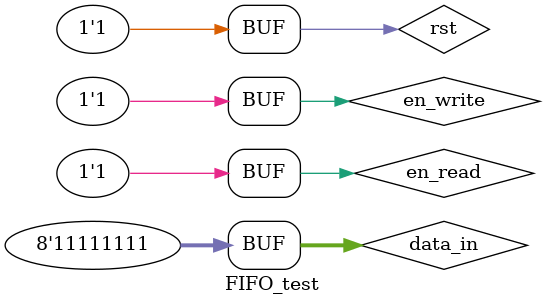
<source format=v>
`timescale 1ns / 1ps


module FIFO_test;

	// Inputs
	reg rst;
	reg [7:0] data_in;
	reg en_write;
	reg en_read;
	wire empty;
	wire full;
	wire [4:0] data_cnt;

	// Outputs
	wire [15:0] data_out;

	// Instantiate the Unit Under Test (UUT)
	FIFO uut (
		.rst(rst), 
		.data_in(data_in), 
		.en_write(en_write), 
		.data_out(data_out), 
		.en_read(en_read), 
		.empty(empty), 
		.full(full),
		.data_cnt(data_cnt)
	);

	initial begin
		// Initialize Inputs
		rst = 1;
		data_in = 0;
		en_write = 0;
		en_read = 0;

		// Wait 100 ns for global reset to finish
		#100;
		rst = 1;
		
		data_in = 21;
		en_write = 1;
		#50;
		en_write = 0;
		#50;
		
		data_in = 21;
		en_write = 1;
		#50;
		en_write = 0;
		#50;
		
		data_in = 21;
		en_write = 1;
		#50;
		en_write = 0;
		#50;
		
		data_in = 21;
		en_write = 1;
		#50;
		en_write = 0;
		#50;
		
		data_in = 21;
		en_write = 1;
		#50;
		en_write = 0;
		#50;
		
		data_in = 21;
		en_write = 1;
		#50;
		en_write = 0;
		#50;
		
		data_in = 21;
		en_write = 1;
		#50;
		en_write = 0;
		#50;
		
		data_in = 21;
		en_write = 1;
		#50;
		en_write = 0;
		#50;
		
		data_in = 21;
		en_write = 1;
		#50;
		en_write = 0;
		#50;
		
		data_in = 21;
		en_write = 1;
		#50;
		en_write = 0;
		#50;
		
		data_in = 21;
		en_write = 1;
		#50;
		en_write = 0;
		#50;
		
		data_in = 21;
		en_write = 1;
		#50;
		en_write = 0;
		#50;
		
		data_in = 21;
		en_write = 1;
		#50;
		en_write = 0;
		#50;
		
		data_in = 21;
		en_write = 1;
		#50;
		en_write = 0;
		#50;
		
		data_in = 21;
		en_write = 1;
		#50;
		en_write = 0;
		#50;
		
		data_in = 21;
		en_write = 1;
		#50;
		en_write = 0;
		#50;
		
		data_in = 21;
		en_write = 1;
		#50;
		en_write = 0;
		#50;
		
		data_in = 45;
		en_write = 1;
		#50;
		en_write = 0;
		#50;
		
		data_in = 21;
		en_write = 1;
		#50;
		en_write = 0;
		#50;
		
		data_in = 76;
		en_write = 1;
		#50;
		en_write = 0;
		#50;
		
		data_in = 21;
		en_write = 1;
		#50;
		en_write = 0;
		#50;
		
		data_in = 89;
		en_write = 1;
		#50;
		en_write = 0;
		#50;
		
		data_in = 21;
		en_write = 1;
		#50;
		en_write = 0;
		#50;
		
		data_in = 21;
		en_write = 1;
		#50;
		en_write = 0;
		#50;
		
		data_in = 21;
		en_write = 1;
		#50;
		en_write = 0;
		#50;
		
		data_in = 65;
		en_write = 1;
		#50;
		en_write = 0;
		#50;
		
		data_in = 21;
		en_write = 1;
		#50;
		en_write = 0;
		#50;
		
		data_in = 21;
		en_write = 1;
		#50;
		en_write = 0;
		#50;
		
		data_in = 21;
		en_write = 1;
		#50;
		en_write = 0;
		#50;
		
		data_in = 21;
		en_write = 1;
		#50;
		en_write = 0;
		#50;
		
		data_in = 21;
		en_write = 1;
		#50;
		en_write = 0;
		#50;
		
		data_in = 21;
		en_write = 1;
		#50;
		en_write = 0;
		#50;
		
		en_read = 1;
		#50;
		en_read = 0;
		#50;
		en_read = 1;
		#50;
		en_read = 0;
		
		en_read = 1;
		#50;
		data_in = 255;
		en_write = 1;
        
		// Add stimulus here

	end
      
endmodule


</source>
